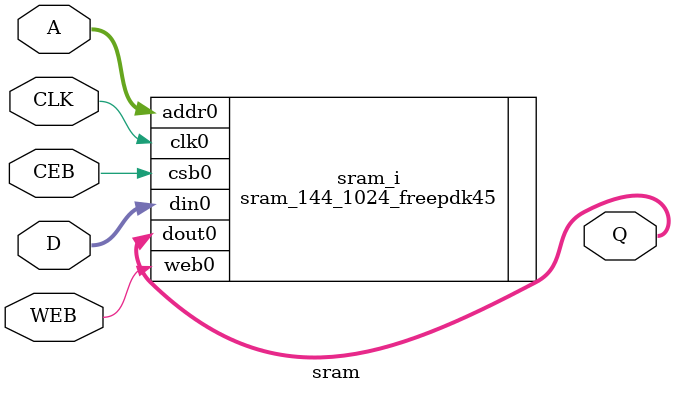
<source format=sv>
module sram #(
	parameter integer ADR_BITS=10,
	parameter integer DAT_BITS=144
) (
	input wire logic CLK,
	input wire logic CEB,
	input wire logic WEB,
	input wire logic [(ADR_BITS-1):0] A,
	input wire logic [(DAT_BITS-1):0] D,
	output wire logic [(DAT_BITS-1):0] Q
);
    // instantiate the FreePDK macro
    sram_144_1024_freepdk45 sram_i (
        .clk0(CLK),
        .csb0(CEB),
        .web0(WEB),
        .addr0(A),
        .din0(D),
        .dout0(Q)
    );
endmodule

</source>
